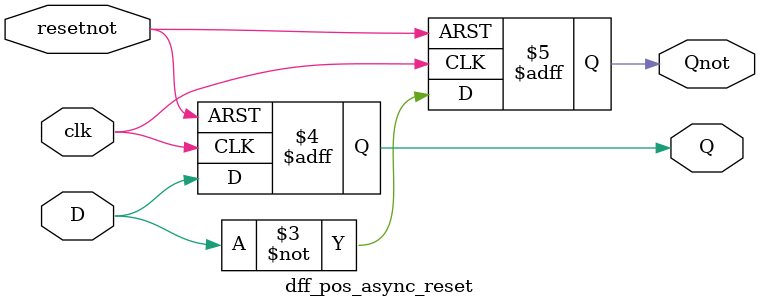
<source format=v>
module dff_pos_async_reset(D, clk, Q, Qnot, resetnot);
	input  D, clk, resetnot;
	output Q, Qnot;
	reg    Q, Qnot;

	// Have to respond on asynchronous change to resetnot, 
	// and ideally only when resetnot is changed to logic 0 
	// (there's no point responding on change to logic 1).
	//
	// So respond on negedge of resetnot, respond on the moment
	// that resetnot is changed to logic 0.
	always @(posedge clk, negedge resetnot) begin
		if (resetnot == 1'b0) begin
			// It was (at least) the negedge resetnot that triggered. 
			// Reset flipflop on logic 0 applied to input pin.
			Q <= 0;
			Qnot <= 1;
		end else begin
			// It must have been posedge clk that triggered.
			// So, default dflipflop behaviour.
			Q <= D;
			Qnot <= ~D;
		end
	end
endmodule
</source>
